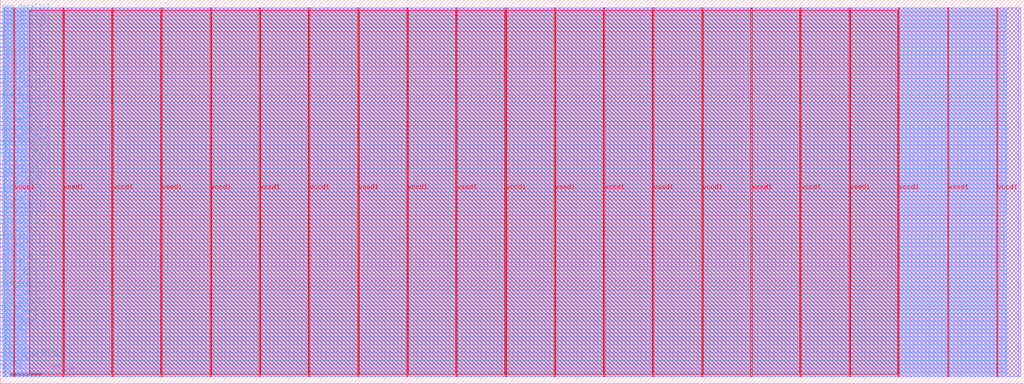
<source format=lef>
VERSION 5.7 ;
  NOWIREEXTENSIONATPIN ON ;
  DIVIDERCHAR "/" ;
  BUSBITCHARS "[]" ;
MACRO icache
  CLASS BLOCK ;
  FOREIGN icache ;
  ORIGIN 0.000 0.000 ;
  SIZE 1600.000 BY 600.000 ;
  PIN i_clk
    DIRECTION INPUT ;
    USE SIGNAL ;
    PORT
      LAYER met3 ;
        RECT 0.000 17.720 4.000 18.320 ;
    END
  END i_clk
  PIN i_rst
    DIRECTION INPUT ;
    USE SIGNAL ;
    PORT
      LAYER met3 ;
        RECT 0.000 23.840 4.000 24.440 ;
    END
  END i_rst
  PIN mem_ack
    DIRECTION OUTPUT TRISTATE ;
    USE SIGNAL ;
    PORT
      LAYER met3 ;
        RECT 0.000 29.960 4.000 30.560 ;
    END
  END mem_ack
  PIN mem_addr[0]
    DIRECTION INPUT ;
    USE SIGNAL ;
    PORT
      LAYER met3 ;
        RECT 0.000 85.040 4.000 85.640 ;
    END
  END mem_addr[0]
  PIN mem_addr[10]
    DIRECTION INPUT ;
    USE SIGNAL ;
    PORT
      LAYER met3 ;
        RECT 0.000 342.080 4.000 342.680 ;
    END
  END mem_addr[10]
  PIN mem_addr[11]
    DIRECTION INPUT ;
    USE SIGNAL ;
    PORT
      LAYER met3 ;
        RECT 0.000 366.560 4.000 367.160 ;
    END
  END mem_addr[11]
  PIN mem_addr[12]
    DIRECTION INPUT ;
    USE SIGNAL ;
    PORT
      LAYER met3 ;
        RECT 0.000 391.040 4.000 391.640 ;
    END
  END mem_addr[12]
  PIN mem_addr[13]
    DIRECTION INPUT ;
    USE SIGNAL ;
    PORT
      LAYER met3 ;
        RECT 0.000 415.520 4.000 416.120 ;
    END
  END mem_addr[13]
  PIN mem_addr[14]
    DIRECTION INPUT ;
    USE SIGNAL ;
    PORT
      LAYER met3 ;
        RECT 0.000 440.000 4.000 440.600 ;
    END
  END mem_addr[14]
  PIN mem_addr[15]
    DIRECTION INPUT ;
    USE SIGNAL ;
    PORT
      LAYER met3 ;
        RECT 0.000 464.480 4.000 465.080 ;
    END
  END mem_addr[15]
  PIN mem_addr[1]
    DIRECTION INPUT ;
    USE SIGNAL ;
    PORT
      LAYER met3 ;
        RECT 0.000 115.640 4.000 116.240 ;
    END
  END mem_addr[1]
  PIN mem_addr[2]
    DIRECTION INPUT ;
    USE SIGNAL ;
    PORT
      LAYER met3 ;
        RECT 0.000 146.240 4.000 146.840 ;
    END
  END mem_addr[2]
  PIN mem_addr[3]
    DIRECTION INPUT ;
    USE SIGNAL ;
    PORT
      LAYER met3 ;
        RECT 0.000 170.720 4.000 171.320 ;
    END
  END mem_addr[3]
  PIN mem_addr[4]
    DIRECTION INPUT ;
    USE SIGNAL ;
    PORT
      LAYER met3 ;
        RECT 0.000 195.200 4.000 195.800 ;
    END
  END mem_addr[4]
  PIN mem_addr[5]
    DIRECTION INPUT ;
    USE SIGNAL ;
    PORT
      LAYER met3 ;
        RECT 0.000 219.680 4.000 220.280 ;
    END
  END mem_addr[5]
  PIN mem_addr[6]
    DIRECTION INPUT ;
    USE SIGNAL ;
    PORT
      LAYER met3 ;
        RECT 0.000 244.160 4.000 244.760 ;
    END
  END mem_addr[6]
  PIN mem_addr[7]
    DIRECTION INPUT ;
    USE SIGNAL ;
    PORT
      LAYER met3 ;
        RECT 0.000 268.640 4.000 269.240 ;
    END
  END mem_addr[7]
  PIN mem_addr[8]
    DIRECTION INPUT ;
    USE SIGNAL ;
    PORT
      LAYER met3 ;
        RECT 0.000 293.120 4.000 293.720 ;
    END
  END mem_addr[8]
  PIN mem_addr[9]
    DIRECTION INPUT ;
    USE SIGNAL ;
    PORT
      LAYER met3 ;
        RECT 0.000 317.600 4.000 318.200 ;
    END
  END mem_addr[9]
  PIN mem_cache_flush
    DIRECTION INPUT ;
    USE SIGNAL ;
    PORT
      LAYER met3 ;
        RECT 0.000 36.080 4.000 36.680 ;
    END
  END mem_cache_flush
  PIN mem_data[0]
    DIRECTION OUTPUT TRISTATE ;
    USE SIGNAL ;
    PORT
      LAYER met3 ;
        RECT 0.000 91.160 4.000 91.760 ;
    END
  END mem_data[0]
  PIN mem_data[10]
    DIRECTION OUTPUT TRISTATE ;
    USE SIGNAL ;
    PORT
      LAYER met3 ;
        RECT 0.000 348.200 4.000 348.800 ;
    END
  END mem_data[10]
  PIN mem_data[11]
    DIRECTION OUTPUT TRISTATE ;
    USE SIGNAL ;
    PORT
      LAYER met3 ;
        RECT 0.000 372.680 4.000 373.280 ;
    END
  END mem_data[11]
  PIN mem_data[12]
    DIRECTION OUTPUT TRISTATE ;
    USE SIGNAL ;
    PORT
      LAYER met3 ;
        RECT 0.000 397.160 4.000 397.760 ;
    END
  END mem_data[12]
  PIN mem_data[13]
    DIRECTION OUTPUT TRISTATE ;
    USE SIGNAL ;
    PORT
      LAYER met3 ;
        RECT 0.000 421.640 4.000 422.240 ;
    END
  END mem_data[13]
  PIN mem_data[14]
    DIRECTION OUTPUT TRISTATE ;
    USE SIGNAL ;
    PORT
      LAYER met3 ;
        RECT 0.000 446.120 4.000 446.720 ;
    END
  END mem_data[14]
  PIN mem_data[15]
    DIRECTION OUTPUT TRISTATE ;
    USE SIGNAL ;
    PORT
      LAYER met3 ;
        RECT 0.000 470.600 4.000 471.200 ;
    END
  END mem_data[15]
  PIN mem_data[16]
    DIRECTION OUTPUT TRISTATE ;
    USE SIGNAL ;
    PORT
      LAYER met3 ;
        RECT 0.000 488.960 4.000 489.560 ;
    END
  END mem_data[16]
  PIN mem_data[17]
    DIRECTION OUTPUT TRISTATE ;
    USE SIGNAL ;
    PORT
      LAYER met3 ;
        RECT 0.000 495.080 4.000 495.680 ;
    END
  END mem_data[17]
  PIN mem_data[18]
    DIRECTION OUTPUT TRISTATE ;
    USE SIGNAL ;
    PORT
      LAYER met3 ;
        RECT 0.000 501.200 4.000 501.800 ;
    END
  END mem_data[18]
  PIN mem_data[19]
    DIRECTION OUTPUT TRISTATE ;
    USE SIGNAL ;
    PORT
      LAYER met3 ;
        RECT 0.000 507.320 4.000 507.920 ;
    END
  END mem_data[19]
  PIN mem_data[1]
    DIRECTION OUTPUT TRISTATE ;
    USE SIGNAL ;
    PORT
      LAYER met3 ;
        RECT 0.000 121.760 4.000 122.360 ;
    END
  END mem_data[1]
  PIN mem_data[20]
    DIRECTION OUTPUT TRISTATE ;
    USE SIGNAL ;
    PORT
      LAYER met3 ;
        RECT 0.000 513.440 4.000 514.040 ;
    END
  END mem_data[20]
  PIN mem_data[21]
    DIRECTION OUTPUT TRISTATE ;
    USE SIGNAL ;
    PORT
      LAYER met3 ;
        RECT 0.000 519.560 4.000 520.160 ;
    END
  END mem_data[21]
  PIN mem_data[22]
    DIRECTION OUTPUT TRISTATE ;
    USE SIGNAL ;
    PORT
      LAYER met3 ;
        RECT 0.000 525.680 4.000 526.280 ;
    END
  END mem_data[22]
  PIN mem_data[23]
    DIRECTION OUTPUT TRISTATE ;
    USE SIGNAL ;
    PORT
      LAYER met3 ;
        RECT 0.000 531.800 4.000 532.400 ;
    END
  END mem_data[23]
  PIN mem_data[24]
    DIRECTION OUTPUT TRISTATE ;
    USE SIGNAL ;
    PORT
      LAYER met3 ;
        RECT 0.000 537.920 4.000 538.520 ;
    END
  END mem_data[24]
  PIN mem_data[25]
    DIRECTION OUTPUT TRISTATE ;
    USE SIGNAL ;
    PORT
      LAYER met3 ;
        RECT 0.000 544.040 4.000 544.640 ;
    END
  END mem_data[25]
  PIN mem_data[26]
    DIRECTION OUTPUT TRISTATE ;
    USE SIGNAL ;
    PORT
      LAYER met3 ;
        RECT 0.000 550.160 4.000 550.760 ;
    END
  END mem_data[26]
  PIN mem_data[27]
    DIRECTION OUTPUT TRISTATE ;
    USE SIGNAL ;
    PORT
      LAYER met3 ;
        RECT 0.000 556.280 4.000 556.880 ;
    END
  END mem_data[27]
  PIN mem_data[28]
    DIRECTION OUTPUT TRISTATE ;
    USE SIGNAL ;
    PORT
      LAYER met3 ;
        RECT 0.000 562.400 4.000 563.000 ;
    END
  END mem_data[28]
  PIN mem_data[29]
    DIRECTION OUTPUT TRISTATE ;
    USE SIGNAL ;
    PORT
      LAYER met3 ;
        RECT 0.000 568.520 4.000 569.120 ;
    END
  END mem_data[29]
  PIN mem_data[2]
    DIRECTION OUTPUT TRISTATE ;
    USE SIGNAL ;
    PORT
      LAYER met3 ;
        RECT 0.000 152.360 4.000 152.960 ;
    END
  END mem_data[2]
  PIN mem_data[30]
    DIRECTION OUTPUT TRISTATE ;
    USE SIGNAL ;
    PORT
      LAYER met3 ;
        RECT 0.000 574.640 4.000 575.240 ;
    END
  END mem_data[30]
  PIN mem_data[31]
    DIRECTION OUTPUT TRISTATE ;
    USE SIGNAL ;
    PORT
      LAYER met3 ;
        RECT 0.000 580.760 4.000 581.360 ;
    END
  END mem_data[31]
  PIN mem_data[3]
    DIRECTION OUTPUT TRISTATE ;
    USE SIGNAL ;
    PORT
      LAYER met3 ;
        RECT 0.000 176.840 4.000 177.440 ;
    END
  END mem_data[3]
  PIN mem_data[4]
    DIRECTION OUTPUT TRISTATE ;
    USE SIGNAL ;
    PORT
      LAYER met3 ;
        RECT 0.000 201.320 4.000 201.920 ;
    END
  END mem_data[4]
  PIN mem_data[5]
    DIRECTION OUTPUT TRISTATE ;
    USE SIGNAL ;
    PORT
      LAYER met3 ;
        RECT 0.000 225.800 4.000 226.400 ;
    END
  END mem_data[5]
  PIN mem_data[6]
    DIRECTION OUTPUT TRISTATE ;
    USE SIGNAL ;
    PORT
      LAYER met3 ;
        RECT 0.000 250.280 4.000 250.880 ;
    END
  END mem_data[6]
  PIN mem_data[7]
    DIRECTION OUTPUT TRISTATE ;
    USE SIGNAL ;
    PORT
      LAYER met3 ;
        RECT 0.000 274.760 4.000 275.360 ;
    END
  END mem_data[7]
  PIN mem_data[8]
    DIRECTION OUTPUT TRISTATE ;
    USE SIGNAL ;
    PORT
      LAYER met3 ;
        RECT 0.000 299.240 4.000 299.840 ;
    END
  END mem_data[8]
  PIN mem_data[9]
    DIRECTION OUTPUT TRISTATE ;
    USE SIGNAL ;
    PORT
      LAYER met3 ;
        RECT 0.000 323.720 4.000 324.320 ;
    END
  END mem_data[9]
  PIN mem_ppl_submit
    DIRECTION INPUT ;
    USE SIGNAL ;
    PORT
      LAYER met3 ;
        RECT 0.000 42.200 4.000 42.800 ;
    END
  END mem_ppl_submit
  PIN mem_req
    DIRECTION INPUT ;
    USE SIGNAL ;
    PORT
      LAYER met3 ;
        RECT 0.000 48.320 4.000 48.920 ;
    END
  END mem_req
  PIN vccd1
    DIRECTION INOUT ;
    USE POWER ;
    PORT
      LAYER met4 ;
        RECT 21.040 10.640 22.640 587.760 ;
    END
    PORT
      LAYER met4 ;
        RECT 174.640 10.640 176.240 587.760 ;
    END
    PORT
      LAYER met4 ;
        RECT 328.240 10.640 329.840 587.760 ;
    END
    PORT
      LAYER met4 ;
        RECT 481.840 10.640 483.440 587.760 ;
    END
    PORT
      LAYER met4 ;
        RECT 635.440 10.640 637.040 587.760 ;
    END
    PORT
      LAYER met4 ;
        RECT 789.040 10.640 790.640 587.760 ;
    END
    PORT
      LAYER met4 ;
        RECT 942.640 10.640 944.240 587.760 ;
    END
    PORT
      LAYER met4 ;
        RECT 1096.240 10.640 1097.840 587.760 ;
    END
    PORT
      LAYER met4 ;
        RECT 1249.840 10.640 1251.440 587.760 ;
    END
    PORT
      LAYER met4 ;
        RECT 1403.440 10.640 1405.040 587.760 ;
    END
    PORT
      LAYER met4 ;
        RECT 1557.040 10.640 1558.640 587.760 ;
    END
  END vccd1
  PIN vssd1
    DIRECTION INOUT ;
    USE GROUND ;
    PORT
      LAYER met4 ;
        RECT 97.840 10.640 99.440 587.760 ;
    END
    PORT
      LAYER met4 ;
        RECT 251.440 10.640 253.040 587.760 ;
    END
    PORT
      LAYER met4 ;
        RECT 405.040 10.640 406.640 587.760 ;
    END
    PORT
      LAYER met4 ;
        RECT 558.640 10.640 560.240 587.760 ;
    END
    PORT
      LAYER met4 ;
        RECT 712.240 10.640 713.840 587.760 ;
    END
    PORT
      LAYER met4 ;
        RECT 865.840 10.640 867.440 587.760 ;
    END
    PORT
      LAYER met4 ;
        RECT 1019.440 10.640 1021.040 587.760 ;
    END
    PORT
      LAYER met4 ;
        RECT 1173.040 10.640 1174.640 587.760 ;
    END
    PORT
      LAYER met4 ;
        RECT 1326.640 10.640 1328.240 587.760 ;
    END
    PORT
      LAYER met4 ;
        RECT 1480.240 10.640 1481.840 587.760 ;
    END
  END vssd1
  PIN wb_ack
    DIRECTION INPUT ;
    USE SIGNAL ;
    PORT
      LAYER met3 ;
        RECT 0.000 54.440 4.000 55.040 ;
    END
  END wb_ack
  PIN wb_adr[0]
    DIRECTION OUTPUT TRISTATE ;
    USE SIGNAL ;
    PORT
      LAYER met3 ;
        RECT 0.000 97.280 4.000 97.880 ;
    END
  END wb_adr[0]
  PIN wb_adr[10]
    DIRECTION OUTPUT TRISTATE ;
    USE SIGNAL ;
    PORT
      LAYER met3 ;
        RECT 0.000 354.320 4.000 354.920 ;
    END
  END wb_adr[10]
  PIN wb_adr[11]
    DIRECTION OUTPUT TRISTATE ;
    USE SIGNAL ;
    PORT
      LAYER met3 ;
        RECT 0.000 378.800 4.000 379.400 ;
    END
  END wb_adr[11]
  PIN wb_adr[12]
    DIRECTION OUTPUT TRISTATE ;
    USE SIGNAL ;
    PORT
      LAYER met3 ;
        RECT 0.000 403.280 4.000 403.880 ;
    END
  END wb_adr[12]
  PIN wb_adr[13]
    DIRECTION OUTPUT TRISTATE ;
    USE SIGNAL ;
    PORT
      LAYER met3 ;
        RECT 0.000 427.760 4.000 428.360 ;
    END
  END wb_adr[13]
  PIN wb_adr[14]
    DIRECTION OUTPUT TRISTATE ;
    USE SIGNAL ;
    PORT
      LAYER met3 ;
        RECT 0.000 452.240 4.000 452.840 ;
    END
  END wb_adr[14]
  PIN wb_adr[15]
    DIRECTION OUTPUT TRISTATE ;
    USE SIGNAL ;
    PORT
      LAYER met3 ;
        RECT 0.000 476.720 4.000 477.320 ;
    END
  END wb_adr[15]
  PIN wb_adr[1]
    DIRECTION OUTPUT TRISTATE ;
    USE SIGNAL ;
    PORT
      LAYER met3 ;
        RECT 0.000 127.880 4.000 128.480 ;
    END
  END wb_adr[1]
  PIN wb_adr[2]
    DIRECTION OUTPUT TRISTATE ;
    USE SIGNAL ;
    PORT
      LAYER met3 ;
        RECT 0.000 158.480 4.000 159.080 ;
    END
  END wb_adr[2]
  PIN wb_adr[3]
    DIRECTION OUTPUT TRISTATE ;
    USE SIGNAL ;
    PORT
      LAYER met3 ;
        RECT 0.000 182.960 4.000 183.560 ;
    END
  END wb_adr[3]
  PIN wb_adr[4]
    DIRECTION OUTPUT TRISTATE ;
    USE SIGNAL ;
    PORT
      LAYER met3 ;
        RECT 0.000 207.440 4.000 208.040 ;
    END
  END wb_adr[4]
  PIN wb_adr[5]
    DIRECTION OUTPUT TRISTATE ;
    USE SIGNAL ;
    PORT
      LAYER met3 ;
        RECT 0.000 231.920 4.000 232.520 ;
    END
  END wb_adr[5]
  PIN wb_adr[6]
    DIRECTION OUTPUT TRISTATE ;
    USE SIGNAL ;
    PORT
      LAYER met3 ;
        RECT 0.000 256.400 4.000 257.000 ;
    END
  END wb_adr[6]
  PIN wb_adr[7]
    DIRECTION OUTPUT TRISTATE ;
    USE SIGNAL ;
    PORT
      LAYER met3 ;
        RECT 0.000 280.880 4.000 281.480 ;
    END
  END wb_adr[7]
  PIN wb_adr[8]
    DIRECTION OUTPUT TRISTATE ;
    USE SIGNAL ;
    PORT
      LAYER met3 ;
        RECT 0.000 305.360 4.000 305.960 ;
    END
  END wb_adr[8]
  PIN wb_adr[9]
    DIRECTION OUTPUT TRISTATE ;
    USE SIGNAL ;
    PORT
      LAYER met3 ;
        RECT 0.000 329.840 4.000 330.440 ;
    END
  END wb_adr[9]
  PIN wb_cyc
    DIRECTION OUTPUT TRISTATE ;
    USE SIGNAL ;
    PORT
      LAYER met3 ;
        RECT 0.000 60.560 4.000 61.160 ;
    END
  END wb_cyc
  PIN wb_err
    DIRECTION INPUT ;
    USE SIGNAL ;
    PORT
      LAYER met3 ;
        RECT 0.000 66.680 4.000 67.280 ;
    END
  END wb_err
  PIN wb_i_dat[0]
    DIRECTION INPUT ;
    USE SIGNAL ;
    PORT
      LAYER met3 ;
        RECT 0.000 103.400 4.000 104.000 ;
    END
  END wb_i_dat[0]
  PIN wb_i_dat[10]
    DIRECTION INPUT ;
    USE SIGNAL ;
    PORT
      LAYER met3 ;
        RECT 0.000 360.440 4.000 361.040 ;
    END
  END wb_i_dat[10]
  PIN wb_i_dat[11]
    DIRECTION INPUT ;
    USE SIGNAL ;
    PORT
      LAYER met3 ;
        RECT 0.000 384.920 4.000 385.520 ;
    END
  END wb_i_dat[11]
  PIN wb_i_dat[12]
    DIRECTION INPUT ;
    USE SIGNAL ;
    PORT
      LAYER met3 ;
        RECT 0.000 409.400 4.000 410.000 ;
    END
  END wb_i_dat[12]
  PIN wb_i_dat[13]
    DIRECTION INPUT ;
    USE SIGNAL ;
    PORT
      LAYER met3 ;
        RECT 0.000 433.880 4.000 434.480 ;
    END
  END wb_i_dat[13]
  PIN wb_i_dat[14]
    DIRECTION INPUT ;
    USE SIGNAL ;
    PORT
      LAYER met3 ;
        RECT 0.000 458.360 4.000 458.960 ;
    END
  END wb_i_dat[14]
  PIN wb_i_dat[15]
    DIRECTION INPUT ;
    USE SIGNAL ;
    PORT
      LAYER met3 ;
        RECT 0.000 482.840 4.000 483.440 ;
    END
  END wb_i_dat[15]
  PIN wb_i_dat[1]
    DIRECTION INPUT ;
    USE SIGNAL ;
    PORT
      LAYER met3 ;
        RECT 0.000 134.000 4.000 134.600 ;
    END
  END wb_i_dat[1]
  PIN wb_i_dat[2]
    DIRECTION INPUT ;
    USE SIGNAL ;
    PORT
      LAYER met3 ;
        RECT 0.000 164.600 4.000 165.200 ;
    END
  END wb_i_dat[2]
  PIN wb_i_dat[3]
    DIRECTION INPUT ;
    USE SIGNAL ;
    PORT
      LAYER met3 ;
        RECT 0.000 189.080 4.000 189.680 ;
    END
  END wb_i_dat[3]
  PIN wb_i_dat[4]
    DIRECTION INPUT ;
    USE SIGNAL ;
    PORT
      LAYER met3 ;
        RECT 0.000 213.560 4.000 214.160 ;
    END
  END wb_i_dat[4]
  PIN wb_i_dat[5]
    DIRECTION INPUT ;
    USE SIGNAL ;
    PORT
      LAYER met3 ;
        RECT 0.000 238.040 4.000 238.640 ;
    END
  END wb_i_dat[5]
  PIN wb_i_dat[6]
    DIRECTION INPUT ;
    USE SIGNAL ;
    PORT
      LAYER met3 ;
        RECT 0.000 262.520 4.000 263.120 ;
    END
  END wb_i_dat[6]
  PIN wb_i_dat[7]
    DIRECTION INPUT ;
    USE SIGNAL ;
    PORT
      LAYER met3 ;
        RECT 0.000 287.000 4.000 287.600 ;
    END
  END wb_i_dat[7]
  PIN wb_i_dat[8]
    DIRECTION INPUT ;
    USE SIGNAL ;
    PORT
      LAYER met3 ;
        RECT 0.000 311.480 4.000 312.080 ;
    END
  END wb_i_dat[8]
  PIN wb_i_dat[9]
    DIRECTION INPUT ;
    USE SIGNAL ;
    PORT
      LAYER met3 ;
        RECT 0.000 335.960 4.000 336.560 ;
    END
  END wb_i_dat[9]
  PIN wb_sel[0]
    DIRECTION OUTPUT TRISTATE ;
    USE SIGNAL ;
    PORT
      LAYER met3 ;
        RECT 0.000 109.520 4.000 110.120 ;
    END
  END wb_sel[0]
  PIN wb_sel[1]
    DIRECTION OUTPUT TRISTATE ;
    USE SIGNAL ;
    PORT
      LAYER met3 ;
        RECT 0.000 140.120 4.000 140.720 ;
    END
  END wb_sel[1]
  PIN wb_stb
    DIRECTION OUTPUT TRISTATE ;
    USE SIGNAL ;
    PORT
      LAYER met3 ;
        RECT 0.000 72.800 4.000 73.400 ;
    END
  END wb_stb
  PIN wb_we
    DIRECTION OUTPUT TRISTATE ;
    USE SIGNAL ;
    PORT
      LAYER met3 ;
        RECT 0.000 78.920 4.000 79.520 ;
    END
  END wb_we
  OBS
      LAYER li1 ;
        RECT 5.520 10.795 1594.360 587.605 ;
      LAYER met1 ;
        RECT 5.520 10.640 1594.360 587.760 ;
      LAYER met2 ;
        RECT 6.990 10.695 1591.040 587.705 ;
      LAYER met3 ;
        RECT 4.000 581.760 1572.675 587.685 ;
        RECT 4.400 580.360 1572.675 581.760 ;
        RECT 4.000 575.640 1572.675 580.360 ;
        RECT 4.400 574.240 1572.675 575.640 ;
        RECT 4.000 569.520 1572.675 574.240 ;
        RECT 4.400 568.120 1572.675 569.520 ;
        RECT 4.000 563.400 1572.675 568.120 ;
        RECT 4.400 562.000 1572.675 563.400 ;
        RECT 4.000 557.280 1572.675 562.000 ;
        RECT 4.400 555.880 1572.675 557.280 ;
        RECT 4.000 551.160 1572.675 555.880 ;
        RECT 4.400 549.760 1572.675 551.160 ;
        RECT 4.000 545.040 1572.675 549.760 ;
        RECT 4.400 543.640 1572.675 545.040 ;
        RECT 4.000 538.920 1572.675 543.640 ;
        RECT 4.400 537.520 1572.675 538.920 ;
        RECT 4.000 532.800 1572.675 537.520 ;
        RECT 4.400 531.400 1572.675 532.800 ;
        RECT 4.000 526.680 1572.675 531.400 ;
        RECT 4.400 525.280 1572.675 526.680 ;
        RECT 4.000 520.560 1572.675 525.280 ;
        RECT 4.400 519.160 1572.675 520.560 ;
        RECT 4.000 514.440 1572.675 519.160 ;
        RECT 4.400 513.040 1572.675 514.440 ;
        RECT 4.000 508.320 1572.675 513.040 ;
        RECT 4.400 506.920 1572.675 508.320 ;
        RECT 4.000 502.200 1572.675 506.920 ;
        RECT 4.400 500.800 1572.675 502.200 ;
        RECT 4.000 496.080 1572.675 500.800 ;
        RECT 4.400 494.680 1572.675 496.080 ;
        RECT 4.000 489.960 1572.675 494.680 ;
        RECT 4.400 488.560 1572.675 489.960 ;
        RECT 4.000 483.840 1572.675 488.560 ;
        RECT 4.400 482.440 1572.675 483.840 ;
        RECT 4.000 477.720 1572.675 482.440 ;
        RECT 4.400 476.320 1572.675 477.720 ;
        RECT 4.000 471.600 1572.675 476.320 ;
        RECT 4.400 470.200 1572.675 471.600 ;
        RECT 4.000 465.480 1572.675 470.200 ;
        RECT 4.400 464.080 1572.675 465.480 ;
        RECT 4.000 459.360 1572.675 464.080 ;
        RECT 4.400 457.960 1572.675 459.360 ;
        RECT 4.000 453.240 1572.675 457.960 ;
        RECT 4.400 451.840 1572.675 453.240 ;
        RECT 4.000 447.120 1572.675 451.840 ;
        RECT 4.400 445.720 1572.675 447.120 ;
        RECT 4.000 441.000 1572.675 445.720 ;
        RECT 4.400 439.600 1572.675 441.000 ;
        RECT 4.000 434.880 1572.675 439.600 ;
        RECT 4.400 433.480 1572.675 434.880 ;
        RECT 4.000 428.760 1572.675 433.480 ;
        RECT 4.400 427.360 1572.675 428.760 ;
        RECT 4.000 422.640 1572.675 427.360 ;
        RECT 4.400 421.240 1572.675 422.640 ;
        RECT 4.000 416.520 1572.675 421.240 ;
        RECT 4.400 415.120 1572.675 416.520 ;
        RECT 4.000 410.400 1572.675 415.120 ;
        RECT 4.400 409.000 1572.675 410.400 ;
        RECT 4.000 404.280 1572.675 409.000 ;
        RECT 4.400 402.880 1572.675 404.280 ;
        RECT 4.000 398.160 1572.675 402.880 ;
        RECT 4.400 396.760 1572.675 398.160 ;
        RECT 4.000 392.040 1572.675 396.760 ;
        RECT 4.400 390.640 1572.675 392.040 ;
        RECT 4.000 385.920 1572.675 390.640 ;
        RECT 4.400 384.520 1572.675 385.920 ;
        RECT 4.000 379.800 1572.675 384.520 ;
        RECT 4.400 378.400 1572.675 379.800 ;
        RECT 4.000 373.680 1572.675 378.400 ;
        RECT 4.400 372.280 1572.675 373.680 ;
        RECT 4.000 367.560 1572.675 372.280 ;
        RECT 4.400 366.160 1572.675 367.560 ;
        RECT 4.000 361.440 1572.675 366.160 ;
        RECT 4.400 360.040 1572.675 361.440 ;
        RECT 4.000 355.320 1572.675 360.040 ;
        RECT 4.400 353.920 1572.675 355.320 ;
        RECT 4.000 349.200 1572.675 353.920 ;
        RECT 4.400 347.800 1572.675 349.200 ;
        RECT 4.000 343.080 1572.675 347.800 ;
        RECT 4.400 341.680 1572.675 343.080 ;
        RECT 4.000 336.960 1572.675 341.680 ;
        RECT 4.400 335.560 1572.675 336.960 ;
        RECT 4.000 330.840 1572.675 335.560 ;
        RECT 4.400 329.440 1572.675 330.840 ;
        RECT 4.000 324.720 1572.675 329.440 ;
        RECT 4.400 323.320 1572.675 324.720 ;
        RECT 4.000 318.600 1572.675 323.320 ;
        RECT 4.400 317.200 1572.675 318.600 ;
        RECT 4.000 312.480 1572.675 317.200 ;
        RECT 4.400 311.080 1572.675 312.480 ;
        RECT 4.000 306.360 1572.675 311.080 ;
        RECT 4.400 304.960 1572.675 306.360 ;
        RECT 4.000 300.240 1572.675 304.960 ;
        RECT 4.400 298.840 1572.675 300.240 ;
        RECT 4.000 294.120 1572.675 298.840 ;
        RECT 4.400 292.720 1572.675 294.120 ;
        RECT 4.000 288.000 1572.675 292.720 ;
        RECT 4.400 286.600 1572.675 288.000 ;
        RECT 4.000 281.880 1572.675 286.600 ;
        RECT 4.400 280.480 1572.675 281.880 ;
        RECT 4.000 275.760 1572.675 280.480 ;
        RECT 4.400 274.360 1572.675 275.760 ;
        RECT 4.000 269.640 1572.675 274.360 ;
        RECT 4.400 268.240 1572.675 269.640 ;
        RECT 4.000 263.520 1572.675 268.240 ;
        RECT 4.400 262.120 1572.675 263.520 ;
        RECT 4.000 257.400 1572.675 262.120 ;
        RECT 4.400 256.000 1572.675 257.400 ;
        RECT 4.000 251.280 1572.675 256.000 ;
        RECT 4.400 249.880 1572.675 251.280 ;
        RECT 4.000 245.160 1572.675 249.880 ;
        RECT 4.400 243.760 1572.675 245.160 ;
        RECT 4.000 239.040 1572.675 243.760 ;
        RECT 4.400 237.640 1572.675 239.040 ;
        RECT 4.000 232.920 1572.675 237.640 ;
        RECT 4.400 231.520 1572.675 232.920 ;
        RECT 4.000 226.800 1572.675 231.520 ;
        RECT 4.400 225.400 1572.675 226.800 ;
        RECT 4.000 220.680 1572.675 225.400 ;
        RECT 4.400 219.280 1572.675 220.680 ;
        RECT 4.000 214.560 1572.675 219.280 ;
        RECT 4.400 213.160 1572.675 214.560 ;
        RECT 4.000 208.440 1572.675 213.160 ;
        RECT 4.400 207.040 1572.675 208.440 ;
        RECT 4.000 202.320 1572.675 207.040 ;
        RECT 4.400 200.920 1572.675 202.320 ;
        RECT 4.000 196.200 1572.675 200.920 ;
        RECT 4.400 194.800 1572.675 196.200 ;
        RECT 4.000 190.080 1572.675 194.800 ;
        RECT 4.400 188.680 1572.675 190.080 ;
        RECT 4.000 183.960 1572.675 188.680 ;
        RECT 4.400 182.560 1572.675 183.960 ;
        RECT 4.000 177.840 1572.675 182.560 ;
        RECT 4.400 176.440 1572.675 177.840 ;
        RECT 4.000 171.720 1572.675 176.440 ;
        RECT 4.400 170.320 1572.675 171.720 ;
        RECT 4.000 165.600 1572.675 170.320 ;
        RECT 4.400 164.200 1572.675 165.600 ;
        RECT 4.000 159.480 1572.675 164.200 ;
        RECT 4.400 158.080 1572.675 159.480 ;
        RECT 4.000 153.360 1572.675 158.080 ;
        RECT 4.400 151.960 1572.675 153.360 ;
        RECT 4.000 147.240 1572.675 151.960 ;
        RECT 4.400 145.840 1572.675 147.240 ;
        RECT 4.000 141.120 1572.675 145.840 ;
        RECT 4.400 139.720 1572.675 141.120 ;
        RECT 4.000 135.000 1572.675 139.720 ;
        RECT 4.400 133.600 1572.675 135.000 ;
        RECT 4.000 128.880 1572.675 133.600 ;
        RECT 4.400 127.480 1572.675 128.880 ;
        RECT 4.000 122.760 1572.675 127.480 ;
        RECT 4.400 121.360 1572.675 122.760 ;
        RECT 4.000 116.640 1572.675 121.360 ;
        RECT 4.400 115.240 1572.675 116.640 ;
        RECT 4.000 110.520 1572.675 115.240 ;
        RECT 4.400 109.120 1572.675 110.520 ;
        RECT 4.000 104.400 1572.675 109.120 ;
        RECT 4.400 103.000 1572.675 104.400 ;
        RECT 4.000 98.280 1572.675 103.000 ;
        RECT 4.400 96.880 1572.675 98.280 ;
        RECT 4.000 92.160 1572.675 96.880 ;
        RECT 4.400 90.760 1572.675 92.160 ;
        RECT 4.000 86.040 1572.675 90.760 ;
        RECT 4.400 84.640 1572.675 86.040 ;
        RECT 4.000 79.920 1572.675 84.640 ;
        RECT 4.400 78.520 1572.675 79.920 ;
        RECT 4.000 73.800 1572.675 78.520 ;
        RECT 4.400 72.400 1572.675 73.800 ;
        RECT 4.000 67.680 1572.675 72.400 ;
        RECT 4.400 66.280 1572.675 67.680 ;
        RECT 4.000 61.560 1572.675 66.280 ;
        RECT 4.400 60.160 1572.675 61.560 ;
        RECT 4.000 55.440 1572.675 60.160 ;
        RECT 4.400 54.040 1572.675 55.440 ;
        RECT 4.000 49.320 1572.675 54.040 ;
        RECT 4.400 47.920 1572.675 49.320 ;
        RECT 4.000 43.200 1572.675 47.920 ;
        RECT 4.400 41.800 1572.675 43.200 ;
        RECT 4.000 37.080 1572.675 41.800 ;
        RECT 4.400 35.680 1572.675 37.080 ;
        RECT 4.000 30.960 1572.675 35.680 ;
        RECT 4.400 29.560 1572.675 30.960 ;
        RECT 4.000 24.840 1572.675 29.560 ;
        RECT 4.400 23.440 1572.675 24.840 ;
        RECT 4.000 18.720 1572.675 23.440 ;
        RECT 4.400 17.320 1572.675 18.720 ;
        RECT 4.000 10.715 1572.675 17.320 ;
      LAYER met4 ;
        RECT 46.295 14.455 97.440 583.265 ;
        RECT 99.840 14.455 174.240 583.265 ;
        RECT 176.640 14.455 251.040 583.265 ;
        RECT 253.440 14.455 327.840 583.265 ;
        RECT 330.240 14.455 404.640 583.265 ;
        RECT 407.040 14.455 481.440 583.265 ;
        RECT 483.840 14.455 558.240 583.265 ;
        RECT 560.640 14.455 635.040 583.265 ;
        RECT 637.440 14.455 711.840 583.265 ;
        RECT 714.240 14.455 788.640 583.265 ;
        RECT 791.040 14.455 865.440 583.265 ;
        RECT 867.840 14.455 942.240 583.265 ;
        RECT 944.640 14.455 1019.040 583.265 ;
        RECT 1021.440 14.455 1095.840 583.265 ;
        RECT 1098.240 14.455 1172.640 583.265 ;
        RECT 1175.040 14.455 1249.440 583.265 ;
        RECT 1251.840 14.455 1326.240 583.265 ;
        RECT 1328.640 14.455 1402.705 583.265 ;
  END
END icache
END LIBRARY


</source>
